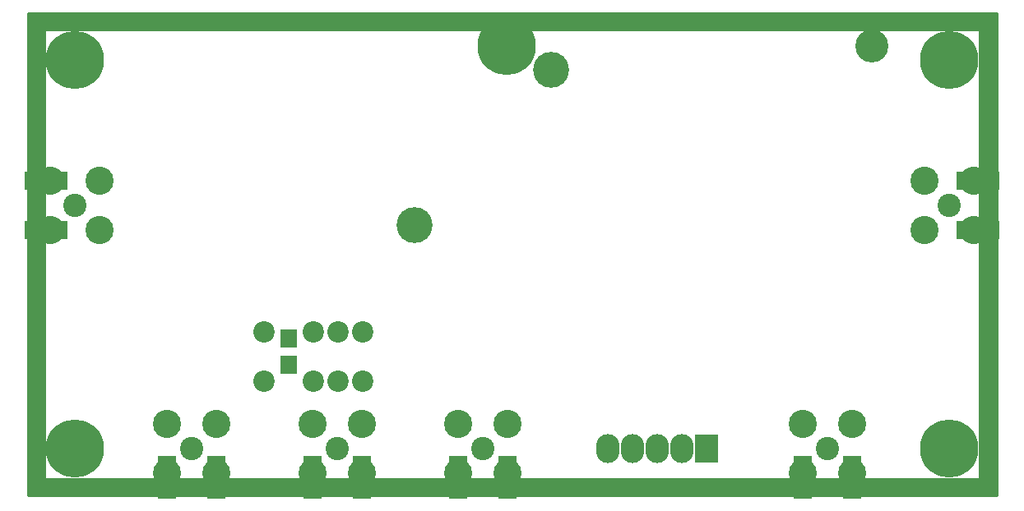
<source format=gbs>
G04 #@! TF.FileFunction,Soldermask,Bot*
%FSLAX46Y46*%
G04 Gerber Fmt 4.6, Leading zero omitted, Abs format (unit mm)*
G04 Created by KiCad (PCBNEW 4.0.7) date 01/05/18 17:09:15*
%MOMM*%
%LPD*%
G01*
G04 APERTURE LIST*
%ADD10C,0.100000*%
%ADD11C,6.000000*%
%ADD12C,3.400000*%
%ADD13C,2.200000*%
%ADD14C,2.398980*%
%ADD15C,2.899360*%
%ADD16R,1.900000X4.400000*%
%ADD17R,2.400000X3.000000*%
%ADD18O,2.400000X3.000000*%
%ADD19R,4.400000X1.900000*%
%ADD20R,1.700000X1.900000*%
%ADD21C,3.700000*%
%ADD22C,0.254000*%
G04 APERTURE END LIST*
D10*
D11*
X139405000Y-88570000D03*
D12*
X177000000Y-88500000D03*
D13*
X114500000Y-123040000D03*
X114500000Y-117960000D03*
X124660000Y-123040000D03*
X119580000Y-123040000D03*
X122100000Y-123040000D03*
X124660000Y-117960000D03*
X119580000Y-117960000D03*
X122120000Y-117960000D03*
D14*
X95000000Y-105000000D03*
D15*
X97540000Y-102460000D03*
X97540000Y-107540000D03*
X92460000Y-107540000D03*
X92460000Y-102460000D03*
D16*
X109540000Y-133000000D03*
X104460000Y-133000000D03*
D14*
X107000000Y-130000000D03*
D15*
X109540000Y-127460000D03*
X109540000Y-132540000D03*
X104460000Y-132540000D03*
X104460000Y-127460000D03*
D16*
X124540000Y-133000000D03*
X119460000Y-133000000D03*
D14*
X122000000Y-130000000D03*
D15*
X124540000Y-127460000D03*
X124540000Y-132540000D03*
X119460000Y-132540000D03*
X119460000Y-127460000D03*
D17*
X160000000Y-130000000D03*
D18*
X157460000Y-130000000D03*
X154920000Y-130000000D03*
X152380000Y-130000000D03*
X149840000Y-130000000D03*
D19*
X92000000Y-107540000D03*
X92000000Y-102460000D03*
X188000000Y-102460000D03*
X188000000Y-107540000D03*
D14*
X185000000Y-105000000D03*
D15*
X187540000Y-102460000D03*
X187540000Y-107540000D03*
X182460000Y-107540000D03*
X182460000Y-102460000D03*
D11*
X95000000Y-130000000D03*
X185000000Y-130000000D03*
X95000000Y-90000000D03*
X185000000Y-90000000D03*
D16*
X139540000Y-133000000D03*
X134460000Y-133000000D03*
D14*
X137000000Y-130000000D03*
D15*
X139540000Y-127460000D03*
X139540000Y-132540000D03*
X134460000Y-132540000D03*
X134460000Y-127460000D03*
D14*
X172500000Y-130000000D03*
D15*
X175040000Y-127460000D03*
X175040000Y-132540000D03*
X169960000Y-132540000D03*
X169960000Y-127460000D03*
D16*
X175040000Y-133000000D03*
X169960000Y-133000000D03*
D20*
X117000000Y-121350000D03*
X117000000Y-118650000D03*
D21*
X144000000Y-91000000D03*
X130000000Y-107000000D03*
D22*
G36*
X189873000Y-134873000D02*
X90127000Y-134873000D01*
X90127000Y-87000000D01*
X91873000Y-87000000D01*
X91873000Y-133000000D01*
X91883006Y-133049410D01*
X91911447Y-133091035D01*
X91953841Y-133118315D01*
X92000000Y-133127000D01*
X188000000Y-133127000D01*
X188049410Y-133116994D01*
X188091035Y-133088553D01*
X188118315Y-133046159D01*
X188127000Y-133000000D01*
X188127000Y-87000000D01*
X188116994Y-86950590D01*
X188088553Y-86908965D01*
X188046159Y-86881685D01*
X188000000Y-86873000D01*
X92000000Y-86873000D01*
X91950590Y-86883006D01*
X91908965Y-86911447D01*
X91881685Y-86953841D01*
X91873000Y-87000000D01*
X90127000Y-87000000D01*
X90127000Y-85127000D01*
X189873000Y-85127000D01*
X189873000Y-134873000D01*
X189873000Y-134873000D01*
G37*
X189873000Y-134873000D02*
X90127000Y-134873000D01*
X90127000Y-87000000D01*
X91873000Y-87000000D01*
X91873000Y-133000000D01*
X91883006Y-133049410D01*
X91911447Y-133091035D01*
X91953841Y-133118315D01*
X92000000Y-133127000D01*
X188000000Y-133127000D01*
X188049410Y-133116994D01*
X188091035Y-133088553D01*
X188118315Y-133046159D01*
X188127000Y-133000000D01*
X188127000Y-87000000D01*
X188116994Y-86950590D01*
X188088553Y-86908965D01*
X188046159Y-86881685D01*
X188000000Y-86873000D01*
X92000000Y-86873000D01*
X91950590Y-86883006D01*
X91908965Y-86911447D01*
X91881685Y-86953841D01*
X91873000Y-87000000D01*
X90127000Y-87000000D01*
X90127000Y-85127000D01*
X189873000Y-85127000D01*
X189873000Y-134873000D01*
M02*

</source>
